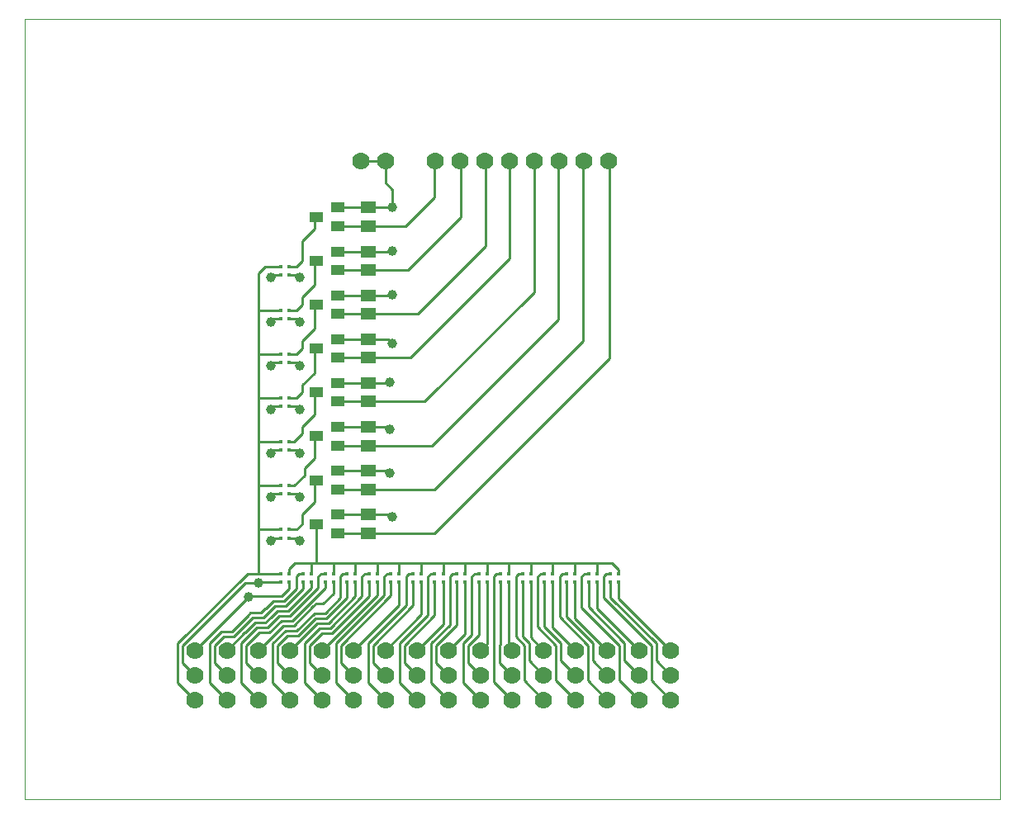
<source format=gtl>
G75*
%MOIN*%
%OFA0B0*%
%FSLAX25Y25*%
%IPPOS*%
%LPD*%
%AMOC8*
5,1,8,0,0,1.08239X$1,22.5*
%
%ADD10C,0.00000*%
%ADD11C,0.07000*%
%ADD12R,0.01772X0.01772*%
%ADD13R,0.05512X0.03937*%
%ADD14R,0.06299X0.05118*%
%ADD15C,0.00984*%
%ADD16C,0.03937*%
D10*
X0001000Y0001000D02*
X0001000Y0315961D01*
X0394701Y0315961D01*
X0394701Y0001000D01*
X0001000Y0001000D01*
D11*
X0069898Y0041197D03*
X0082693Y0041197D03*
X0082693Y0051197D03*
X0082693Y0061197D03*
X0069898Y0061197D03*
X0069898Y0051197D03*
X0095488Y0051197D03*
X0095488Y0061197D03*
X0108283Y0061197D03*
X0108283Y0051197D03*
X0121079Y0051197D03*
X0121079Y0061197D03*
X0133874Y0061197D03*
X0133874Y0051197D03*
X0133874Y0041197D03*
X0121079Y0041197D03*
X0108283Y0041197D03*
X0095488Y0041197D03*
X0146669Y0041197D03*
X0159465Y0041197D03*
X0172260Y0041197D03*
X0185055Y0041197D03*
X0185055Y0051197D03*
X0185055Y0061197D03*
X0172260Y0061197D03*
X0172260Y0051197D03*
X0159465Y0051197D03*
X0159465Y0061197D03*
X0146669Y0061197D03*
X0146669Y0051197D03*
X0197850Y0051197D03*
X0197850Y0061197D03*
X0210646Y0061197D03*
X0210646Y0051197D03*
X0223441Y0051197D03*
X0223441Y0061197D03*
X0236236Y0061197D03*
X0236236Y0051197D03*
X0249031Y0051197D03*
X0249031Y0061197D03*
X0261827Y0061197D03*
X0261827Y0051197D03*
X0261827Y0041197D03*
X0249031Y0041197D03*
X0236236Y0041197D03*
X0223441Y0041197D03*
X0210646Y0041197D03*
X0197850Y0041197D03*
X0196787Y0258874D03*
X0186787Y0258874D03*
X0176787Y0258874D03*
X0166787Y0258874D03*
X0146787Y0258913D03*
X0136787Y0258913D03*
X0206787Y0258874D03*
X0216787Y0258874D03*
X0226787Y0258874D03*
X0236787Y0258874D03*
D12*
X0107988Y0216256D03*
X0104642Y0216256D03*
X0104642Y0212909D03*
X0107988Y0212909D03*
X0107988Y0198539D03*
X0107988Y0195193D03*
X0104642Y0195193D03*
X0104642Y0198539D03*
X0104642Y0180823D03*
X0107988Y0180823D03*
X0107988Y0177476D03*
X0104642Y0177476D03*
X0104642Y0163106D03*
X0104642Y0159760D03*
X0107988Y0159760D03*
X0107988Y0163106D03*
X0107988Y0145390D03*
X0104642Y0145390D03*
X0104642Y0142043D03*
X0107988Y0142043D03*
X0107988Y0127673D03*
X0107988Y0124327D03*
X0104642Y0124327D03*
X0104642Y0127673D03*
X0104642Y0109957D03*
X0107988Y0109957D03*
X0107988Y0106610D03*
X0104642Y0106610D03*
X0104642Y0092240D03*
X0107988Y0092240D03*
X0107988Y0088894D03*
X0104642Y0088894D03*
X0113500Y0088894D03*
X0113500Y0092240D03*
X0116846Y0092240D03*
X0116846Y0088894D03*
X0122358Y0088894D03*
X0122358Y0092240D03*
X0125705Y0092240D03*
X0125705Y0088894D03*
X0131217Y0088894D03*
X0134563Y0088894D03*
X0134563Y0092240D03*
X0131217Y0092240D03*
X0140075Y0092240D03*
X0143421Y0092240D03*
X0143421Y0088894D03*
X0140075Y0088894D03*
X0148933Y0088894D03*
X0148933Y0092240D03*
X0152280Y0092240D03*
X0152280Y0088894D03*
X0157791Y0088894D03*
X0157791Y0092240D03*
X0161138Y0092240D03*
X0161138Y0088894D03*
X0166650Y0088894D03*
X0169996Y0088894D03*
X0169996Y0092240D03*
X0166650Y0092240D03*
X0175508Y0092240D03*
X0175508Y0088894D03*
X0178854Y0088894D03*
X0178854Y0092240D03*
X0184366Y0092240D03*
X0184366Y0088894D03*
X0187713Y0088894D03*
X0187713Y0092240D03*
X0193224Y0092240D03*
X0193224Y0088894D03*
X0196571Y0088894D03*
X0196571Y0092240D03*
X0202083Y0092240D03*
X0205429Y0092240D03*
X0205429Y0088894D03*
X0202083Y0088894D03*
X0210941Y0088894D03*
X0210941Y0092240D03*
X0214287Y0092240D03*
X0214287Y0088894D03*
X0219799Y0088894D03*
X0219799Y0092240D03*
X0223146Y0092240D03*
X0223146Y0088894D03*
X0228657Y0088894D03*
X0228657Y0092240D03*
X0232004Y0092240D03*
X0232004Y0088894D03*
X0237516Y0088894D03*
X0237516Y0092240D03*
X0240862Y0092240D03*
X0240862Y0088894D03*
D13*
X0127378Y0108480D03*
X0127378Y0115961D03*
X0118717Y0112220D03*
X0127378Y0126197D03*
X0118717Y0129937D03*
X0127378Y0133677D03*
X0127378Y0143913D03*
X0127378Y0151394D03*
X0118717Y0147654D03*
X0127378Y0161630D03*
X0118717Y0165370D03*
X0127378Y0169110D03*
X0127378Y0179346D03*
X0127378Y0186827D03*
X0118717Y0183087D03*
X0127378Y0197063D03*
X0127378Y0204543D03*
X0118717Y0200803D03*
X0127378Y0214780D03*
X0118717Y0218520D03*
X0127378Y0222260D03*
X0127378Y0232496D03*
X0127378Y0239976D03*
X0118717Y0236236D03*
D14*
X0139780Y0232496D03*
X0139780Y0239976D03*
X0139780Y0222260D03*
X0139780Y0214780D03*
X0139780Y0204543D03*
X0139780Y0197063D03*
X0139780Y0186827D03*
X0139780Y0179346D03*
X0139780Y0169110D03*
X0139780Y0161630D03*
X0139780Y0151394D03*
X0139780Y0143913D03*
X0139780Y0133677D03*
X0139780Y0126197D03*
X0139780Y0115961D03*
X0139780Y0108480D03*
D15*
X0166551Y0108480D01*
X0237220Y0179150D01*
X0237220Y0258441D01*
X0236787Y0258874D01*
X0226787Y0258874D02*
X0226394Y0258480D01*
X0226394Y0186039D01*
X0166551Y0126197D01*
X0139780Y0126197D01*
X0127378Y0126197D01*
X0118717Y0129937D02*
X0118126Y0129346D01*
X0118126Y0121079D01*
X0113205Y0116157D01*
X0113205Y0112220D01*
X0110941Y0109957D01*
X0107988Y0109957D01*
X0104642Y0109957D02*
X0095488Y0109957D01*
X0095488Y0110252D01*
X0095488Y0092240D01*
X0095783Y0088894D02*
X0095488Y0088598D01*
X0090239Y0088598D01*
X0064906Y0063265D01*
X0064906Y0056189D01*
X0069898Y0051197D01*
X0075717Y0048173D02*
X0075717Y0064087D01*
X0080565Y0068935D01*
X0084818Y0068935D01*
X0091085Y0075201D01*
X0091085Y0075201D01*
X0092248Y0076364D01*
X0095488Y0076364D01*
X0096624Y0076364D01*
X0098236Y0077976D01*
X0098420Y0078159D01*
X0098420Y0078159D01*
X0101415Y0081154D01*
X0105791Y0081154D01*
X0110744Y0086107D01*
X0110744Y0091059D01*
X0111925Y0092240D01*
X0113500Y0092240D01*
X0113500Y0088894D02*
X0113500Y0086057D01*
X0106613Y0079170D01*
X0102237Y0079170D01*
X0100404Y0077337D01*
X0099598Y0076531D01*
X0097446Y0074380D01*
X0093069Y0074380D01*
X0087950Y0069260D01*
X0085640Y0066950D01*
X0081386Y0066950D01*
X0077701Y0063265D01*
X0077701Y0056189D01*
X0082693Y0051197D01*
X0075717Y0048173D02*
X0082693Y0041197D01*
X0088512Y0048173D02*
X0088512Y0064087D01*
X0094836Y0070411D01*
X0099090Y0070411D01*
X0103880Y0075201D01*
X0108257Y0075201D01*
X0119602Y0086547D01*
X0119602Y0091059D01*
X0120783Y0092240D01*
X0122358Y0092240D01*
X0122358Y0088894D02*
X0122358Y0086496D01*
X0109079Y0073217D01*
X0104702Y0073217D01*
X0099912Y0068427D01*
X0095658Y0068427D01*
X0090496Y0063265D01*
X0090496Y0056189D01*
X0095488Y0051197D01*
X0101307Y0048173D02*
X0101307Y0064087D01*
X0106401Y0069181D01*
X0110655Y0069181D01*
X0118152Y0076186D01*
X0122529Y0076186D01*
X0128461Y0082610D01*
X0128461Y0091059D01*
X0129642Y0092240D01*
X0131217Y0092240D01*
X0134563Y0092240D02*
X0134563Y0096472D01*
X0133874Y0096472D01*
X0126000Y0096472D01*
X0125705Y0096472D01*
X0125705Y0092240D01*
X0125705Y0088894D02*
X0125705Y0084272D01*
X0121571Y0080138D01*
X0118807Y0080138D01*
X0117644Y0078976D01*
X0109901Y0071233D01*
X0105524Y0071233D01*
X0095488Y0061197D01*
X0103291Y0063265D02*
X0103291Y0056189D01*
X0108283Y0051197D01*
X0114102Y0048173D02*
X0114102Y0064087D01*
X0120181Y0070165D01*
X0124434Y0070165D01*
X0137319Y0083049D01*
X0137319Y0091059D01*
X0138500Y0092240D01*
X0140075Y0092240D01*
X0143421Y0092240D02*
X0143421Y0096472D01*
X0143717Y0096472D01*
X0133874Y0096472D01*
X0134563Y0088894D02*
X0134563Y0083100D01*
X0123680Y0072217D01*
X0119304Y0072217D01*
X0108283Y0061197D01*
X0103291Y0063265D02*
X0107223Y0067196D01*
X0111477Y0067196D01*
X0118482Y0074201D01*
X0122859Y0074201D01*
X0131217Y0082559D01*
X0131217Y0088894D01*
X0140075Y0088894D02*
X0140075Y0082999D01*
X0125256Y0068181D01*
X0121003Y0068181D01*
X0116087Y0063265D01*
X0116087Y0056189D01*
X0121079Y0051197D01*
X0126898Y0048173D02*
X0126898Y0064087D01*
X0146177Y0083366D01*
X0146177Y0091059D01*
X0147358Y0092240D01*
X0148933Y0092240D01*
X0148933Y0088894D02*
X0148933Y0083316D01*
X0128882Y0063265D01*
X0128882Y0056189D01*
X0133874Y0051197D01*
X0126898Y0048173D02*
X0133874Y0041197D01*
X0139693Y0048173D02*
X0139693Y0064087D01*
X0155035Y0079429D01*
X0155035Y0091059D01*
X0156217Y0092240D01*
X0157791Y0092240D01*
X0157791Y0088894D02*
X0157791Y0079379D01*
X0141677Y0063265D01*
X0141677Y0056189D01*
X0146669Y0051197D01*
X0152488Y0048173D02*
X0152488Y0064087D01*
X0163894Y0075492D01*
X0163894Y0091059D01*
X0165075Y0092240D01*
X0166650Y0092240D01*
X0169996Y0092240D02*
X0169996Y0096472D01*
X0170291Y0096472D01*
X0161433Y0096472D01*
X0161138Y0096472D01*
X0161138Y0092240D01*
X0161138Y0088894D02*
X0161138Y0075665D01*
X0146669Y0061197D01*
X0154472Y0063265D02*
X0154472Y0056189D01*
X0159465Y0051197D01*
X0165283Y0048173D02*
X0165283Y0064087D01*
X0172752Y0071555D01*
X0172752Y0091059D01*
X0173933Y0092240D01*
X0175508Y0092240D01*
X0175508Y0088894D02*
X0175508Y0071505D01*
X0167268Y0063265D01*
X0167268Y0056189D01*
X0172260Y0051197D01*
X0178079Y0048173D02*
X0185055Y0041197D01*
X0190469Y0048579D02*
X0197850Y0041197D01*
X0202843Y0049000D02*
X0202843Y0063265D01*
X0199327Y0066780D01*
X0199327Y0091059D01*
X0200508Y0092240D01*
X0202083Y0092240D01*
X0205429Y0092240D02*
X0205429Y0096472D01*
X0205724Y0096472D01*
X0196866Y0096472D01*
X0196571Y0096472D01*
X0196571Y0092240D01*
X0196571Y0088894D02*
X0196571Y0062476D01*
X0197850Y0061197D01*
X0193224Y0063631D02*
X0192858Y0063265D01*
X0192858Y0056189D01*
X0197850Y0051197D01*
X0190469Y0048579D02*
X0190469Y0091059D01*
X0191650Y0092240D01*
X0193224Y0092240D01*
X0193224Y0088894D02*
X0193224Y0063631D01*
X0187713Y0063854D02*
X0185055Y0061197D01*
X0187713Y0063854D02*
X0187713Y0088894D01*
X0187713Y0092240D02*
X0187713Y0096472D01*
X0187024Y0096472D01*
X0179150Y0096472D01*
X0178854Y0096472D01*
X0178854Y0092240D01*
X0181610Y0091059D02*
X0181610Y0067618D01*
X0178079Y0064087D01*
X0178079Y0048173D01*
X0185055Y0051197D02*
X0180063Y0056189D01*
X0180063Y0063265D01*
X0184366Y0067568D01*
X0184366Y0088894D01*
X0184366Y0092240D02*
X0182791Y0092240D01*
X0181610Y0091059D01*
X0178854Y0088894D02*
X0178854Y0067791D01*
X0172260Y0061197D01*
X0169996Y0071728D02*
X0159465Y0061197D01*
X0154472Y0063265D02*
X0166650Y0075442D01*
X0166650Y0088894D01*
X0169996Y0088894D02*
X0169996Y0071728D01*
X0152280Y0079602D02*
X0133874Y0061197D01*
X0121079Y0061197D02*
X0143421Y0083539D01*
X0143421Y0088894D01*
X0143717Y0096472D02*
X0151591Y0096472D01*
X0152280Y0096472D01*
X0152280Y0092240D01*
X0152280Y0088894D02*
X0152280Y0079602D01*
X0151591Y0096472D02*
X0161433Y0096472D01*
X0170291Y0096472D02*
X0179150Y0096472D01*
X0187024Y0096472D02*
X0196866Y0096472D01*
X0205724Y0096472D02*
X0214583Y0096472D01*
X0214287Y0096472D01*
X0214287Y0092240D01*
X0217043Y0091059D02*
X0217043Y0074654D01*
X0228433Y0063265D01*
X0228433Y0049000D01*
X0236236Y0041197D01*
X0241228Y0049000D02*
X0241228Y0063265D01*
X0225902Y0078591D01*
X0225902Y0091059D01*
X0227083Y0092240D01*
X0228657Y0092240D01*
X0228657Y0088894D02*
X0228657Y0078642D01*
X0243213Y0064087D01*
X0243213Y0057016D01*
X0249031Y0051197D01*
X0254024Y0049000D02*
X0254024Y0063265D01*
X0234760Y0082528D01*
X0234760Y0091059D01*
X0235941Y0092240D01*
X0237516Y0092240D01*
X0240862Y0092240D02*
X0240862Y0093815D01*
X0238205Y0096472D01*
X0232299Y0096472D01*
X0232004Y0096472D01*
X0232004Y0092240D01*
X0232004Y0088894D02*
X0232004Y0078224D01*
X0249031Y0061197D01*
X0256008Y0064087D02*
X0256008Y0057016D01*
X0261827Y0051197D01*
X0254024Y0049000D02*
X0261827Y0041197D01*
X0249031Y0041197D02*
X0241228Y0049000D01*
X0236236Y0051197D02*
X0230417Y0057016D01*
X0230417Y0064087D01*
X0219799Y0074705D01*
X0219799Y0088894D01*
X0219799Y0092240D02*
X0218224Y0092240D01*
X0217043Y0091059D01*
X0214287Y0088894D02*
X0214287Y0070350D01*
X0223441Y0061197D01*
X0217622Y0064087D02*
X0217622Y0057016D01*
X0223441Y0051197D01*
X0215638Y0049000D02*
X0215638Y0063265D01*
X0208185Y0070717D01*
X0208185Y0091059D01*
X0209366Y0092240D01*
X0210941Y0092240D01*
X0210941Y0088894D02*
X0210941Y0070768D01*
X0217622Y0064087D01*
X0210646Y0061197D02*
X0205429Y0066413D01*
X0205429Y0088894D01*
X0202083Y0088894D02*
X0202083Y0066831D01*
X0204827Y0064087D01*
X0204827Y0057016D01*
X0210646Y0051197D01*
X0215638Y0049000D02*
X0223441Y0041197D01*
X0210646Y0041197D02*
X0202843Y0049000D01*
X0172260Y0041197D02*
X0165283Y0048173D01*
X0159465Y0041197D02*
X0152488Y0048173D01*
X0146669Y0041197D02*
X0139693Y0048173D01*
X0121079Y0041197D02*
X0114102Y0048173D01*
X0108283Y0041197D02*
X0101307Y0048173D01*
X0095488Y0041197D02*
X0088512Y0048173D01*
X0082693Y0061197D02*
X0089935Y0068439D01*
X0090058Y0068439D01*
X0094014Y0072395D01*
X0098268Y0072395D01*
X0100420Y0074547D01*
X0102388Y0076516D01*
X0103058Y0077186D01*
X0107435Y0077186D01*
X0116846Y0086597D01*
X0116846Y0088894D01*
X0116846Y0092240D02*
X0116846Y0096472D01*
X0117142Y0096472D01*
X0118717Y0096472D01*
X0118717Y0112220D01*
X0127378Y0108480D02*
X0139780Y0108480D01*
X0139780Y0115961D02*
X0148835Y0115961D01*
X0149622Y0115173D01*
X0139780Y0115961D02*
X0127378Y0115961D01*
X0112220Y0123047D02*
X0110941Y0124327D01*
X0107988Y0124327D01*
X0107988Y0127673D02*
X0109957Y0127673D01*
X0114189Y0131906D01*
X0114189Y0134858D01*
X0118126Y0138795D01*
X0118126Y0147063D01*
X0118717Y0147654D01*
X0113205Y0148638D02*
X0113205Y0151591D01*
X0118126Y0156512D01*
X0118126Y0164780D01*
X0118717Y0165370D01*
X0113205Y0165370D02*
X0110941Y0163106D01*
X0107988Y0163106D01*
X0107988Y0159760D02*
X0110941Y0159760D01*
X0112220Y0158480D01*
X0113205Y0165370D02*
X0113205Y0168323D01*
X0118126Y0173244D01*
X0118126Y0182496D01*
X0118717Y0183087D01*
X0113205Y0183087D02*
X0113205Y0186039D01*
X0118126Y0190961D01*
X0118126Y0200213D01*
X0118717Y0200803D01*
X0113205Y0200803D02*
X0110941Y0198539D01*
X0107988Y0198539D01*
X0107988Y0195193D02*
X0110941Y0195193D01*
X0112220Y0193913D01*
X0113205Y0200803D02*
X0113205Y0203756D01*
X0118126Y0208677D01*
X0118126Y0217929D01*
X0118717Y0218520D01*
X0113205Y0218520D02*
X0113205Y0226394D01*
X0118126Y0231315D01*
X0118126Y0235646D01*
X0118717Y0236236D01*
X0127378Y0232496D02*
X0139780Y0232496D01*
X0154740Y0232496D01*
X0166354Y0244110D01*
X0166354Y0258441D01*
X0166787Y0258874D01*
X0176787Y0258874D02*
X0177181Y0258480D01*
X0177181Y0236236D01*
X0155724Y0214780D01*
X0139780Y0214780D01*
X0127378Y0214780D01*
X0127378Y0222260D02*
X0139780Y0222260D01*
X0149425Y0222260D01*
X0149622Y0222457D01*
X0149425Y0239976D02*
X0139780Y0239976D01*
X0127378Y0239976D01*
X0146669Y0250016D02*
X0149622Y0247063D01*
X0149622Y0240173D01*
X0149425Y0239976D01*
X0146669Y0250016D02*
X0146669Y0258913D01*
X0146787Y0258913D01*
X0146669Y0258913D02*
X0136787Y0258913D01*
X0113205Y0218520D02*
X0110941Y0216256D01*
X0107988Y0216256D01*
X0104642Y0216256D02*
X0098146Y0216256D01*
X0095488Y0213598D01*
X0095488Y0198835D01*
X0095488Y0198539D01*
X0104642Y0198539D01*
X0104642Y0195193D02*
X0101689Y0195193D01*
X0100409Y0193913D01*
X0095488Y0198835D02*
X0095488Y0181118D01*
X0095488Y0180823D01*
X0104642Y0180823D01*
X0107988Y0180823D02*
X0110941Y0180823D01*
X0113205Y0183087D01*
X0110941Y0177476D02*
X0107988Y0177476D01*
X0110941Y0177476D02*
X0112220Y0176197D01*
X0104642Y0177476D02*
X0101689Y0177476D01*
X0100409Y0176197D01*
X0095488Y0181118D02*
X0095488Y0164386D01*
X0095488Y0163106D01*
X0104642Y0163106D01*
X0104642Y0159760D02*
X0101689Y0159760D01*
X0100409Y0158480D01*
X0095488Y0164386D02*
X0095488Y0145685D01*
X0095488Y0145390D01*
X0104642Y0145390D01*
X0107988Y0145390D02*
X0109957Y0145390D01*
X0113205Y0148638D01*
X0110941Y0142043D02*
X0107988Y0142043D01*
X0110941Y0142043D02*
X0112220Y0140764D01*
X0104642Y0142043D02*
X0101689Y0142043D01*
X0100409Y0140764D01*
X0095488Y0145685D02*
X0095488Y0126984D01*
X0095488Y0127673D01*
X0104642Y0127673D01*
X0104642Y0124327D02*
X0101689Y0124327D01*
X0100409Y0123047D01*
X0095488Y0126984D02*
X0095488Y0110252D01*
X0100409Y0105331D02*
X0101689Y0106610D01*
X0104642Y0106610D01*
X0107988Y0106610D02*
X0110941Y0106610D01*
X0112220Y0105331D01*
X0110252Y0096472D02*
X0117142Y0096472D01*
X0126000Y0096472D01*
X0110252Y0096472D02*
X0107988Y0094209D01*
X0107988Y0092240D01*
X0104642Y0092240D02*
X0091075Y0092240D01*
X0062921Y0064087D01*
X0062921Y0048173D01*
X0069898Y0041197D01*
X0069898Y0061197D02*
X0091394Y0082693D01*
X0091551Y0082693D01*
X0091997Y0083139D01*
X0102237Y0083139D01*
X0104969Y0083139D01*
X0107988Y0086157D01*
X0107988Y0088894D01*
X0104642Y0088894D02*
X0095783Y0088894D01*
X0102237Y0083139D02*
X0102237Y0083139D01*
X0100404Y0077337D02*
X0100404Y0077337D01*
X0087950Y0069260D02*
X0087950Y0069260D01*
X0117644Y0078976D02*
X0117644Y0078976D01*
X0148638Y0132890D02*
X0147850Y0133677D01*
X0139780Y0133677D01*
X0127378Y0133677D01*
X0127378Y0143913D02*
X0139780Y0143913D01*
X0165567Y0143913D01*
X0216551Y0194898D01*
X0216551Y0258638D01*
X0216787Y0258874D01*
X0206787Y0258874D02*
X0206709Y0258795D01*
X0206709Y0205724D01*
X0162614Y0161630D01*
X0139780Y0161630D01*
X0127378Y0161630D01*
X0127378Y0169110D02*
X0139780Y0169110D01*
X0148441Y0169110D01*
X0148638Y0169307D01*
X0156709Y0179346D02*
X0139780Y0179346D01*
X0127378Y0179346D01*
X0127378Y0186827D02*
X0139780Y0186827D01*
X0147850Y0186827D01*
X0149622Y0185055D01*
X0156709Y0179346D02*
X0196866Y0219504D01*
X0196866Y0258795D01*
X0196787Y0258874D01*
X0187024Y0258638D02*
X0186787Y0258874D01*
X0187024Y0258638D02*
X0187024Y0224425D01*
X0159661Y0197063D01*
X0139780Y0197063D01*
X0127378Y0197063D01*
X0127378Y0204543D02*
X0139780Y0204543D01*
X0149425Y0204543D01*
X0149622Y0204740D01*
X0112220Y0211630D02*
X0110941Y0212909D01*
X0107988Y0212909D01*
X0104642Y0212909D02*
X0101689Y0212909D01*
X0100409Y0211630D01*
X0127378Y0151394D02*
X0139780Y0151394D01*
X0147850Y0151394D01*
X0148638Y0150606D01*
X0214583Y0096472D02*
X0223441Y0096472D01*
X0223146Y0096472D01*
X0223146Y0092240D01*
X0223146Y0088894D02*
X0223146Y0074287D01*
X0236236Y0061197D01*
X0256008Y0064087D02*
X0237516Y0082579D01*
X0237516Y0088894D01*
X0240862Y0088894D02*
X0240862Y0082161D01*
X0261827Y0061197D01*
X0232299Y0096472D02*
X0223441Y0096472D01*
D16*
X0149622Y0115173D03*
X0148638Y0132890D03*
X0148638Y0150606D03*
X0148638Y0169307D03*
X0149622Y0185055D03*
X0149622Y0204740D03*
X0149622Y0222457D03*
X0149622Y0240173D03*
X0112220Y0211630D03*
X0100409Y0211630D03*
X0100409Y0193913D03*
X0112220Y0193913D03*
X0112220Y0176197D03*
X0100409Y0176197D03*
X0100409Y0158480D03*
X0112220Y0158480D03*
X0112220Y0140764D03*
X0100409Y0140764D03*
X0100409Y0123047D03*
X0112220Y0123047D03*
X0112220Y0105331D03*
X0100409Y0105331D03*
X0095488Y0088598D03*
X0091551Y0082693D03*
M02*

</source>
